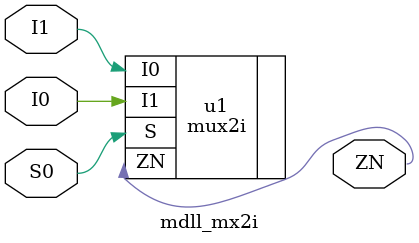
<source format=sv>
`include "mdll_param.vh"
/****************************************************************

Copyright (c) #YEAR# #LICENSOR#. All rights reserved.

The information and source code contained herein is the 
property of #LICENSOR#, and may not be disclosed or
reproduced in whole or in part without explicit written 
authorization from #LICENSOR#.

* Filename   : mdll_mx2i.sv
* Author     : Byongchan Lim (bclim@alumni.stanford.edu)
* Description:
  - 2-to-1 mux with inverting output for phase blender

* Note       :
  -

* Todo       :
  -

* Fixme      :
  -

* Revision   :
  - 00/00/00: Initial commit

****************************************************************/


module mdll_mx2i #(
// parameters here

) (
// I/Os here
    input I0,
    input I1,
    input S0,
    output ZN
);

//synopsys translate_off
timeunit 1fs;
timeprecision 1fs;
//synopsys translate_on

//---------------------
// VARIABLES, WIRES
//---------------------


//---------------------
// INSTANTIATION
//---------------------

`ifndef SIMULATION
	// synopsys dc_script_begin
	// set_dont_touch u1
	// synopsys dc_script_end
    mux2i u1 ( .I1(I0), .I0(I1), .S(S0), .ZN(ZN) );
`endif // ~SIMULATION

//---------------------
// COMBINATIONAL
//---------------------


//---------------------
// SEQ
//---------------------


//---------------------
// OTHERS
//---------------------

// synopsys translate_off

// synopsys translate_on

endmodule


</source>
